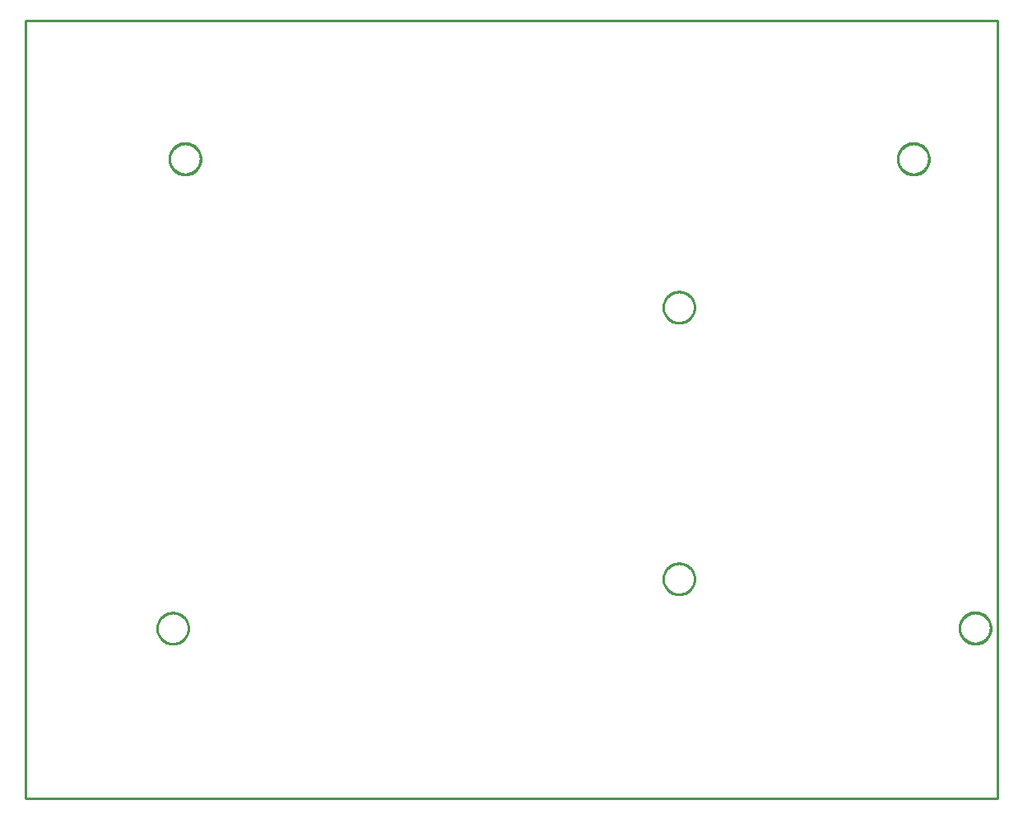
<source format=gbr>
G04 EAGLE Gerber RS-274X export*
G75*
%MOMM*%
%FSLAX34Y34*%
%LPD*%
%IN*%
%IPPOS*%
%AMOC8*
5,1,8,0,0,1.08239X$1,22.5*%
G01*
%ADD10C,0.254000*%


D10*
X0Y0D02*
X1000000Y0D01*
X1000000Y800000D01*
X0Y800000D01*
X0Y0D01*
X179832Y657336D02*
X179763Y656291D01*
X179627Y655252D01*
X179422Y654224D01*
X179151Y653212D01*
X178814Y652220D01*
X178413Y651252D01*
X177950Y650313D01*
X177426Y649405D01*
X176844Y648534D01*
X176206Y647703D01*
X175516Y646915D01*
X174775Y646174D01*
X173987Y645484D01*
X173156Y644846D01*
X172285Y644264D01*
X171377Y643740D01*
X170438Y643277D01*
X169470Y642876D01*
X168478Y642539D01*
X167466Y642268D01*
X166438Y642063D01*
X165399Y641927D01*
X164354Y641858D01*
X163306Y641858D01*
X162261Y641927D01*
X161222Y642063D01*
X160194Y642268D01*
X159182Y642539D01*
X158190Y642876D01*
X157222Y643277D01*
X156283Y643740D01*
X155375Y644264D01*
X154504Y644846D01*
X153673Y645484D01*
X152885Y646174D01*
X152144Y646915D01*
X151454Y647703D01*
X150816Y648534D01*
X150234Y649405D01*
X149710Y650313D01*
X149247Y651252D01*
X148846Y652220D01*
X148509Y653212D01*
X148238Y654224D01*
X148033Y655252D01*
X147897Y656291D01*
X147828Y657336D01*
X147828Y658384D01*
X147897Y659429D01*
X148033Y660468D01*
X148238Y661496D01*
X148509Y662508D01*
X148846Y663500D01*
X149247Y664468D01*
X149710Y665407D01*
X150234Y666315D01*
X150816Y667186D01*
X151454Y668017D01*
X152144Y668805D01*
X152885Y669546D01*
X153673Y670236D01*
X154504Y670874D01*
X155375Y671456D01*
X156283Y671980D01*
X157222Y672443D01*
X158190Y672844D01*
X159182Y673181D01*
X160194Y673452D01*
X161222Y673657D01*
X162261Y673793D01*
X163306Y673862D01*
X164354Y673862D01*
X165399Y673793D01*
X166438Y673657D01*
X167466Y673452D01*
X168478Y673181D01*
X169470Y672844D01*
X170438Y672443D01*
X171377Y671980D01*
X172285Y671456D01*
X173156Y670874D01*
X173987Y670236D01*
X174775Y669546D01*
X175516Y668805D01*
X176206Y668017D01*
X176844Y667186D01*
X177426Y666315D01*
X177950Y665407D01*
X178413Y664468D01*
X178814Y663500D01*
X179151Y662508D01*
X179422Y661496D01*
X179627Y660468D01*
X179763Y659429D01*
X179832Y658384D01*
X179832Y657336D01*
X929132Y657336D02*
X929063Y656291D01*
X928927Y655252D01*
X928722Y654224D01*
X928451Y653212D01*
X928114Y652220D01*
X927713Y651252D01*
X927250Y650313D01*
X926726Y649405D01*
X926144Y648534D01*
X925506Y647703D01*
X924816Y646915D01*
X924075Y646174D01*
X923287Y645484D01*
X922456Y644846D01*
X921585Y644264D01*
X920677Y643740D01*
X919738Y643277D01*
X918770Y642876D01*
X917778Y642539D01*
X916766Y642268D01*
X915738Y642063D01*
X914699Y641927D01*
X913654Y641858D01*
X912606Y641858D01*
X911561Y641927D01*
X910522Y642063D01*
X909494Y642268D01*
X908482Y642539D01*
X907490Y642876D01*
X906522Y643277D01*
X905583Y643740D01*
X904675Y644264D01*
X903804Y644846D01*
X902973Y645484D01*
X902185Y646174D01*
X901444Y646915D01*
X900754Y647703D01*
X900116Y648534D01*
X899534Y649405D01*
X899010Y650313D01*
X898547Y651252D01*
X898146Y652220D01*
X897809Y653212D01*
X897538Y654224D01*
X897333Y655252D01*
X897197Y656291D01*
X897128Y657336D01*
X897128Y658384D01*
X897197Y659429D01*
X897333Y660468D01*
X897538Y661496D01*
X897809Y662508D01*
X898146Y663500D01*
X898547Y664468D01*
X899010Y665407D01*
X899534Y666315D01*
X900116Y667186D01*
X900754Y668017D01*
X901444Y668805D01*
X902185Y669546D01*
X902973Y670236D01*
X903804Y670874D01*
X904675Y671456D01*
X905583Y671980D01*
X906522Y672443D01*
X907490Y672844D01*
X908482Y673181D01*
X909494Y673452D01*
X910522Y673657D01*
X911561Y673793D01*
X912606Y673862D01*
X913654Y673862D01*
X914699Y673793D01*
X915738Y673657D01*
X916766Y673452D01*
X917778Y673181D01*
X918770Y672844D01*
X919738Y672443D01*
X920677Y671980D01*
X921585Y671456D01*
X922456Y670874D01*
X923287Y670236D01*
X924075Y669546D01*
X924816Y668805D01*
X925506Y668017D01*
X926144Y667186D01*
X926726Y666315D01*
X927250Y665407D01*
X927713Y664468D01*
X928114Y663500D01*
X928451Y662508D01*
X928722Y661496D01*
X928927Y660468D01*
X929063Y659429D01*
X929132Y658384D01*
X929132Y657336D01*
X992632Y174736D02*
X992563Y173691D01*
X992427Y172652D01*
X992222Y171624D01*
X991951Y170612D01*
X991614Y169620D01*
X991213Y168652D01*
X990750Y167713D01*
X990226Y166805D01*
X989644Y165934D01*
X989006Y165103D01*
X988316Y164315D01*
X987575Y163574D01*
X986787Y162884D01*
X985956Y162246D01*
X985085Y161664D01*
X984177Y161140D01*
X983238Y160677D01*
X982270Y160276D01*
X981278Y159939D01*
X980266Y159668D01*
X979238Y159463D01*
X978199Y159327D01*
X977154Y159258D01*
X976106Y159258D01*
X975061Y159327D01*
X974022Y159463D01*
X972994Y159668D01*
X971982Y159939D01*
X970990Y160276D01*
X970022Y160677D01*
X969083Y161140D01*
X968175Y161664D01*
X967304Y162246D01*
X966473Y162884D01*
X965685Y163574D01*
X964944Y164315D01*
X964254Y165103D01*
X963616Y165934D01*
X963034Y166805D01*
X962510Y167713D01*
X962047Y168652D01*
X961646Y169620D01*
X961309Y170612D01*
X961038Y171624D01*
X960833Y172652D01*
X960697Y173691D01*
X960628Y174736D01*
X960628Y175784D01*
X960697Y176829D01*
X960833Y177868D01*
X961038Y178896D01*
X961309Y179908D01*
X961646Y180900D01*
X962047Y181868D01*
X962510Y182807D01*
X963034Y183715D01*
X963616Y184586D01*
X964254Y185417D01*
X964944Y186205D01*
X965685Y186946D01*
X966473Y187636D01*
X967304Y188274D01*
X968175Y188856D01*
X969083Y189380D01*
X970022Y189843D01*
X970990Y190244D01*
X971982Y190581D01*
X972994Y190852D01*
X974022Y191057D01*
X975061Y191193D01*
X976106Y191262D01*
X977154Y191262D01*
X978199Y191193D01*
X979238Y191057D01*
X980266Y190852D01*
X981278Y190581D01*
X982270Y190244D01*
X983238Y189843D01*
X984177Y189380D01*
X985085Y188856D01*
X985956Y188274D01*
X986787Y187636D01*
X987575Y186946D01*
X988316Y186205D01*
X989006Y185417D01*
X989644Y184586D01*
X990226Y183715D01*
X990750Y182807D01*
X991213Y181868D01*
X991614Y180900D01*
X991951Y179908D01*
X992222Y178896D01*
X992427Y177868D01*
X992563Y176829D01*
X992632Y175784D01*
X992632Y174736D01*
X992884Y174228D02*
X992816Y173183D01*
X992679Y172144D01*
X992474Y171117D01*
X992203Y170105D01*
X991867Y169113D01*
X991466Y168145D01*
X991002Y167206D01*
X990479Y166298D01*
X989897Y165427D01*
X989259Y164596D01*
X988568Y163809D01*
X987827Y163068D01*
X987040Y162377D01*
X986209Y161740D01*
X985338Y161158D01*
X984430Y160634D01*
X983491Y160170D01*
X982523Y159769D01*
X981531Y159433D01*
X980519Y159162D01*
X979492Y158957D01*
X978453Y158821D01*
X977408Y158752D01*
X976360Y158752D01*
X975315Y158821D01*
X974276Y158957D01*
X973249Y159162D01*
X972237Y159433D01*
X971245Y159769D01*
X970277Y160170D01*
X969338Y160634D01*
X968430Y161158D01*
X967559Y161740D01*
X966728Y162377D01*
X965941Y163068D01*
X965200Y163809D01*
X964509Y164596D01*
X963872Y165427D01*
X963290Y166298D01*
X962766Y167206D01*
X962302Y168145D01*
X961901Y169113D01*
X961565Y170105D01*
X961294Y171117D01*
X961089Y172144D01*
X960953Y173183D01*
X960884Y174228D01*
X960884Y175276D01*
X960953Y176321D01*
X961089Y177360D01*
X961294Y178387D01*
X961565Y179399D01*
X961901Y180391D01*
X962302Y181359D01*
X962766Y182298D01*
X963290Y183206D01*
X963872Y184077D01*
X964509Y184908D01*
X965200Y185695D01*
X965941Y186436D01*
X966728Y187127D01*
X967559Y187765D01*
X968430Y188347D01*
X969338Y188870D01*
X970277Y189334D01*
X971245Y189735D01*
X972237Y190071D01*
X973249Y190342D01*
X974276Y190547D01*
X975315Y190684D01*
X976360Y190752D01*
X977408Y190752D01*
X978453Y190684D01*
X979492Y190547D01*
X980519Y190342D01*
X981531Y190071D01*
X982523Y189735D01*
X983491Y189334D01*
X984430Y188870D01*
X985338Y188347D01*
X986209Y187765D01*
X987040Y187127D01*
X987827Y186436D01*
X988568Y185695D01*
X989259Y184908D01*
X989897Y184077D01*
X990479Y183206D01*
X991002Y182298D01*
X991466Y181359D01*
X991867Y180391D01*
X992203Y179399D01*
X992474Y178387D01*
X992679Y177360D01*
X992816Y176321D01*
X992884Y175276D01*
X992884Y174228D01*
X180084Y656828D02*
X180016Y655783D01*
X179879Y654744D01*
X179674Y653717D01*
X179403Y652705D01*
X179067Y651713D01*
X178666Y650745D01*
X178202Y649806D01*
X177679Y648898D01*
X177097Y648027D01*
X176459Y647196D01*
X175768Y646409D01*
X175027Y645668D01*
X174240Y644977D01*
X173409Y644340D01*
X172538Y643758D01*
X171630Y643234D01*
X170691Y642770D01*
X169723Y642369D01*
X168731Y642033D01*
X167719Y641762D01*
X166692Y641557D01*
X165653Y641421D01*
X164608Y641352D01*
X163560Y641352D01*
X162515Y641421D01*
X161476Y641557D01*
X160449Y641762D01*
X159437Y642033D01*
X158445Y642369D01*
X157477Y642770D01*
X156538Y643234D01*
X155630Y643758D01*
X154759Y644340D01*
X153928Y644977D01*
X153141Y645668D01*
X152400Y646409D01*
X151709Y647196D01*
X151072Y648027D01*
X150490Y648898D01*
X149966Y649806D01*
X149502Y650745D01*
X149101Y651713D01*
X148765Y652705D01*
X148494Y653717D01*
X148289Y654744D01*
X148153Y655783D01*
X148084Y656828D01*
X148084Y657876D01*
X148153Y658921D01*
X148289Y659960D01*
X148494Y660987D01*
X148765Y661999D01*
X149101Y662991D01*
X149502Y663959D01*
X149966Y664898D01*
X150490Y665806D01*
X151072Y666677D01*
X151709Y667508D01*
X152400Y668295D01*
X153141Y669036D01*
X153928Y669727D01*
X154759Y670365D01*
X155630Y670947D01*
X156538Y671470D01*
X157477Y671934D01*
X158445Y672335D01*
X159437Y672671D01*
X160449Y672942D01*
X161476Y673147D01*
X162515Y673284D01*
X163560Y673352D01*
X164608Y673352D01*
X165653Y673284D01*
X166692Y673147D01*
X167719Y672942D01*
X168731Y672671D01*
X169723Y672335D01*
X170691Y671934D01*
X171630Y671470D01*
X172538Y670947D01*
X173409Y670365D01*
X174240Y669727D01*
X175027Y669036D01*
X175768Y668295D01*
X176459Y667508D01*
X177097Y666677D01*
X177679Y665806D01*
X178202Y664898D01*
X178666Y663959D01*
X179067Y662991D01*
X179403Y661999D01*
X179674Y660987D01*
X179879Y659960D01*
X180016Y658921D01*
X180084Y657876D01*
X180084Y656828D01*
X929384Y656828D02*
X929316Y655783D01*
X929179Y654744D01*
X928974Y653717D01*
X928703Y652705D01*
X928367Y651713D01*
X927966Y650745D01*
X927502Y649806D01*
X926979Y648898D01*
X926397Y648027D01*
X925759Y647196D01*
X925068Y646409D01*
X924327Y645668D01*
X923540Y644977D01*
X922709Y644340D01*
X921838Y643758D01*
X920930Y643234D01*
X919991Y642770D01*
X919023Y642369D01*
X918031Y642033D01*
X917019Y641762D01*
X915992Y641557D01*
X914953Y641421D01*
X913908Y641352D01*
X912860Y641352D01*
X911815Y641421D01*
X910776Y641557D01*
X909749Y641762D01*
X908737Y642033D01*
X907745Y642369D01*
X906777Y642770D01*
X905838Y643234D01*
X904930Y643758D01*
X904059Y644340D01*
X903228Y644977D01*
X902441Y645668D01*
X901700Y646409D01*
X901009Y647196D01*
X900372Y648027D01*
X899790Y648898D01*
X899266Y649806D01*
X898802Y650745D01*
X898401Y651713D01*
X898065Y652705D01*
X897794Y653717D01*
X897589Y654744D01*
X897453Y655783D01*
X897384Y656828D01*
X897384Y657876D01*
X897453Y658921D01*
X897589Y659960D01*
X897794Y660987D01*
X898065Y661999D01*
X898401Y662991D01*
X898802Y663959D01*
X899266Y664898D01*
X899790Y665806D01*
X900372Y666677D01*
X901009Y667508D01*
X901700Y668295D01*
X902441Y669036D01*
X903228Y669727D01*
X904059Y670365D01*
X904930Y670947D01*
X905838Y671470D01*
X906777Y671934D01*
X907745Y672335D01*
X908737Y672671D01*
X909749Y672942D01*
X910776Y673147D01*
X911815Y673284D01*
X912860Y673352D01*
X913908Y673352D01*
X914953Y673284D01*
X915992Y673147D01*
X917019Y672942D01*
X918031Y672671D01*
X919023Y672335D01*
X919991Y671934D01*
X920930Y671470D01*
X921838Y670947D01*
X922709Y670365D01*
X923540Y669727D01*
X924327Y669036D01*
X925068Y668295D01*
X925759Y667508D01*
X926397Y666677D01*
X926979Y665806D01*
X927502Y664898D01*
X927966Y663959D01*
X928367Y662991D01*
X928703Y661999D01*
X928974Y660987D01*
X929179Y659960D01*
X929316Y658921D01*
X929384Y657876D01*
X929384Y656828D01*
X167384Y174228D02*
X167316Y173183D01*
X167179Y172144D01*
X166974Y171117D01*
X166703Y170105D01*
X166367Y169113D01*
X165966Y168145D01*
X165502Y167206D01*
X164979Y166298D01*
X164397Y165427D01*
X163759Y164596D01*
X163068Y163809D01*
X162327Y163068D01*
X161540Y162377D01*
X160709Y161740D01*
X159838Y161158D01*
X158930Y160634D01*
X157991Y160170D01*
X157023Y159769D01*
X156031Y159433D01*
X155019Y159162D01*
X153992Y158957D01*
X152953Y158821D01*
X151908Y158752D01*
X150860Y158752D01*
X149815Y158821D01*
X148776Y158957D01*
X147749Y159162D01*
X146737Y159433D01*
X145745Y159769D01*
X144777Y160170D01*
X143838Y160634D01*
X142930Y161158D01*
X142059Y161740D01*
X141228Y162377D01*
X140441Y163068D01*
X139700Y163809D01*
X139009Y164596D01*
X138372Y165427D01*
X137790Y166298D01*
X137266Y167206D01*
X136802Y168145D01*
X136401Y169113D01*
X136065Y170105D01*
X135794Y171117D01*
X135589Y172144D01*
X135453Y173183D01*
X135384Y174228D01*
X135384Y175276D01*
X135453Y176321D01*
X135589Y177360D01*
X135794Y178387D01*
X136065Y179399D01*
X136401Y180391D01*
X136802Y181359D01*
X137266Y182298D01*
X137790Y183206D01*
X138372Y184077D01*
X139009Y184908D01*
X139700Y185695D01*
X140441Y186436D01*
X141228Y187127D01*
X142059Y187765D01*
X142930Y188347D01*
X143838Y188870D01*
X144777Y189334D01*
X145745Y189735D01*
X146737Y190071D01*
X147749Y190342D01*
X148776Y190547D01*
X149815Y190684D01*
X150860Y190752D01*
X151908Y190752D01*
X152953Y190684D01*
X153992Y190547D01*
X155019Y190342D01*
X156031Y190071D01*
X157023Y189735D01*
X157991Y189334D01*
X158930Y188870D01*
X159838Y188347D01*
X160709Y187765D01*
X161540Y187127D01*
X162327Y186436D01*
X163068Y185695D01*
X163759Y184908D01*
X164397Y184077D01*
X164979Y183206D01*
X165502Y182298D01*
X165966Y181359D01*
X166367Y180391D01*
X166703Y179399D01*
X166974Y178387D01*
X167179Y177360D01*
X167316Y176321D01*
X167384Y175276D01*
X167384Y174228D01*
X688084Y504428D02*
X688016Y503383D01*
X687879Y502344D01*
X687674Y501317D01*
X687403Y500305D01*
X687067Y499313D01*
X686666Y498345D01*
X686202Y497406D01*
X685679Y496498D01*
X685097Y495627D01*
X684459Y494796D01*
X683768Y494009D01*
X683027Y493268D01*
X682240Y492577D01*
X681409Y491940D01*
X680538Y491358D01*
X679630Y490834D01*
X678691Y490370D01*
X677723Y489969D01*
X676731Y489633D01*
X675719Y489362D01*
X674692Y489157D01*
X673653Y489021D01*
X672608Y488952D01*
X671560Y488952D01*
X670515Y489021D01*
X669476Y489157D01*
X668449Y489362D01*
X667437Y489633D01*
X666445Y489969D01*
X665477Y490370D01*
X664538Y490834D01*
X663630Y491358D01*
X662759Y491940D01*
X661928Y492577D01*
X661141Y493268D01*
X660400Y494009D01*
X659709Y494796D01*
X659072Y495627D01*
X658490Y496498D01*
X657966Y497406D01*
X657502Y498345D01*
X657101Y499313D01*
X656765Y500305D01*
X656494Y501317D01*
X656289Y502344D01*
X656153Y503383D01*
X656084Y504428D01*
X656084Y505476D01*
X656153Y506521D01*
X656289Y507560D01*
X656494Y508587D01*
X656765Y509599D01*
X657101Y510591D01*
X657502Y511559D01*
X657966Y512498D01*
X658490Y513406D01*
X659072Y514277D01*
X659709Y515108D01*
X660400Y515895D01*
X661141Y516636D01*
X661928Y517327D01*
X662759Y517965D01*
X663630Y518547D01*
X664538Y519070D01*
X665477Y519534D01*
X666445Y519935D01*
X667437Y520271D01*
X668449Y520542D01*
X669476Y520747D01*
X670515Y520884D01*
X671560Y520952D01*
X672608Y520952D01*
X673653Y520884D01*
X674692Y520747D01*
X675719Y520542D01*
X676731Y520271D01*
X677723Y519935D01*
X678691Y519534D01*
X679630Y519070D01*
X680538Y518547D01*
X681409Y517965D01*
X682240Y517327D01*
X683027Y516636D01*
X683768Y515895D01*
X684459Y515108D01*
X685097Y514277D01*
X685679Y513406D01*
X686202Y512498D01*
X686666Y511559D01*
X687067Y510591D01*
X687403Y509599D01*
X687674Y508587D01*
X687879Y507560D01*
X688016Y506521D01*
X688084Y505476D01*
X688084Y504428D01*
X688084Y225028D02*
X688016Y223983D01*
X687879Y222944D01*
X687674Y221917D01*
X687403Y220905D01*
X687067Y219913D01*
X686666Y218945D01*
X686202Y218006D01*
X685679Y217098D01*
X685097Y216227D01*
X684459Y215396D01*
X683768Y214609D01*
X683027Y213868D01*
X682240Y213177D01*
X681409Y212540D01*
X680538Y211958D01*
X679630Y211434D01*
X678691Y210970D01*
X677723Y210569D01*
X676731Y210233D01*
X675719Y209962D01*
X674692Y209757D01*
X673653Y209621D01*
X672608Y209552D01*
X671560Y209552D01*
X670515Y209621D01*
X669476Y209757D01*
X668449Y209962D01*
X667437Y210233D01*
X666445Y210569D01*
X665477Y210970D01*
X664538Y211434D01*
X663630Y211958D01*
X662759Y212540D01*
X661928Y213177D01*
X661141Y213868D01*
X660400Y214609D01*
X659709Y215396D01*
X659072Y216227D01*
X658490Y217098D01*
X657966Y218006D01*
X657502Y218945D01*
X657101Y219913D01*
X656765Y220905D01*
X656494Y221917D01*
X656289Y222944D01*
X656153Y223983D01*
X656084Y225028D01*
X656084Y226076D01*
X656153Y227121D01*
X656289Y228160D01*
X656494Y229187D01*
X656765Y230199D01*
X657101Y231191D01*
X657502Y232159D01*
X657966Y233098D01*
X658490Y234006D01*
X659072Y234877D01*
X659709Y235708D01*
X660400Y236495D01*
X661141Y237236D01*
X661928Y237927D01*
X662759Y238565D01*
X663630Y239147D01*
X664538Y239670D01*
X665477Y240134D01*
X666445Y240535D01*
X667437Y240871D01*
X668449Y241142D01*
X669476Y241347D01*
X670515Y241484D01*
X671560Y241552D01*
X672608Y241552D01*
X673653Y241484D01*
X674692Y241347D01*
X675719Y241142D01*
X676731Y240871D01*
X677723Y240535D01*
X678691Y240134D01*
X679630Y239670D01*
X680538Y239147D01*
X681409Y238565D01*
X682240Y237927D01*
X683027Y237236D01*
X683768Y236495D01*
X684459Y235708D01*
X685097Y234877D01*
X685679Y234006D01*
X686202Y233098D01*
X686666Y232159D01*
X687067Y231191D01*
X687403Y230199D01*
X687674Y229187D01*
X687879Y228160D01*
X688016Y227121D01*
X688084Y226076D01*
X688084Y225028D01*
M02*

</source>
